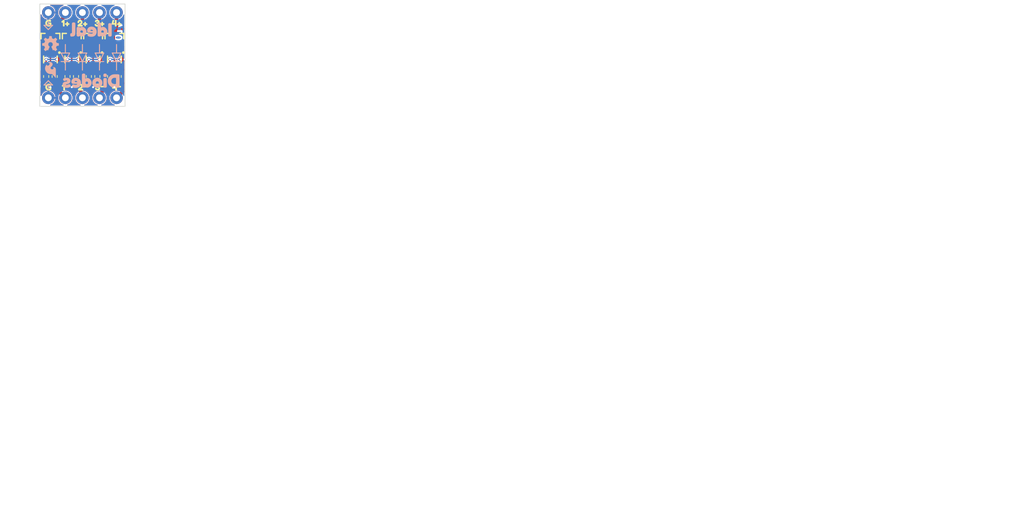
<source format=kicad_pcb>
(kicad_pcb (version 20240108) (generator "pcbnew") (generator_version "8.0")
  (title_block (title "SparkFun Product (Qwiic)") (rev "v10") (company "SparkFun") (comment 1 "Designed by: You"))
  (layers (0 "F.Cu" signal) (1 "In1.Cu" signal) (2 "In2.Cu" signal) (31 "B.Cu" signal) (34 "B.Paste" user) (35 "F.Paste" user) (36 "B.SilkS" user "B.Silkscreen") (37 "F.SilkS" user "F.Silkscreen") (38 "B.Mask" user) (39 "F.Mask" user) (44 "Edge.Cuts" user))
  (net 0 "")
  (net 1 "GND")
  (net 2 "Net-(Q1A-B)")
  (net 3 "Net-(Q1B-C)")
  (net 4 "VOUT1")
  (net 5 "VIN1")
  (net 6 "Net-(Q3A-B)")
  (net 7 "Net-(Q3B-C)")
  (net 8 "VIN2")
  (net 9 "VOUT2")
  (net 10 "VOUT3")
  (net 11 "Net-(Q5A-B)")
  (net 12 "VIN3")
  (net 13 "Net-(Q5B-C)")
  (net 14 "VOUT4")
  (net 15 "Net-(Q7A-B)")
  (net 16 "VIN4")
  (net 17 "Net-(Q7B-C)")
  (footprint "kibuzzard-6765BDB1" (layer "F.Cu") (at 127 112.0775)
    (property "Reference" "kibuzzard-6765BDB1" (hide yes))
    (property "Value" "G***" (hide yes))
  )
  (footprint "SparkFun-Aesthetic:Creative_Commons_License" (layer "F.Cu") (at 215.265 168.91)
    (property "Reference" "G3" (hide yes))
    (property "Value" "OSHW_Logo" (hide yes))
  )
  (footprint "kibuzzard-6765BE51" (layer "F.Cu") (at 119.38 121.6025)
    (property "Reference" "kibuzzard-6765BE51" (hide yes))
    (property "Value" "G***" (hide yes))
  )
  (footprint "kibuzzard-6765BE4D" (layer "F.Cu") (at 121.92 121.6025)
    (property "Reference" "kibuzzard-6765BE4D" (hide yes))
    (property "Value" "G***" (hide yes))
  )
  (footprint "SparkFun-Connector:1x05" (layer "F.Cu") (at 116.84 123.19)
    (property "Reference" "J2")
    (property "Value" "Conn_01x05")
    (pad "1" thru_hole circle (at 0 0 90) (size 1.8796 1.8796) (drill 1.016) (layers "*.Cu" "*.Mask") (net 1 "GND"))
    (pad "2" thru_hole circle (at 2.54 0 90) (size 1.8796 1.8796) (drill 1.016) (layers "*.Cu" "*.Mask") (net 4 "VOUT1"))
    (pad "3" thru_hole circle (at 5.08 0 90) (size 1.8796 1.8796) (drill 1.016) (layers "*.Cu" "*.Mask") (net 9 "VOUT2"))
    (pad "4" thru_hole circle (at 7.62 0 90) (size 1.8796 1.8796) (drill 1.016) (layers "*.Cu" "*.Mask") (net 10 "VOUT3"))
    (pad "5" thru_hole circle (at 10.16 0 90) (size 1.8796 1.8796) (drill 1.016) (layers "*.Cu" "*.Mask") (net 14 "VOUT4"))
  )
  (footprint "SparkFun-Aesthetic:Fiducial_0.5mm_Mask1mm" (layer "F.Cu") (at 127.889 112.903 -90)
    (property "Reference" "FID4")
    (property "Value" "Fiducial_0.5mm")
    (pad "" smd circle (at 0 0 270) (size 0.5 0.5) (layers "F.Cu" "F.Mask") (clearance 0.25))
  )
  (footprint "kibuzzard-6765BE3E" (layer "F.Cu") (at 127 121.6025)
    (property "Reference" "kibuzzard-6765BE3E" (hide yes))
    (property "Value" "G***" (hide yes))
  )
  (footprint "SparkFun-Resistor:R_0402_1005Metric" (layer "F.Cu") (at 127.3175 120.015 90)
    (property "Reference" "R7")
    (property "Value" "100k")
    (pad "1" smd roundrect (at -0.51 0 90) (size 0.54 0.64) (layers "F.Cu" "F.Paste" "F.Mask") (net 1 "GND"))
    (pad "2" smd roundrect (at 0.51 0 90) (size 0.54 0.64) (layers "F.Cu" "F.Paste" "F.Mask") (net 15 "Net-(Q7A-B)"))
  )
  (footprint "SparkFun-Aesthetic:Fiducial_0.5mm_Mask1mm" (layer "F.Cu") (at 115.951 121.158 -90)
    (property "Reference" "FID1")
    (property "Value" "Fiducial_0.5mm")
    (pad "" smd circle (at 0 0 270) (size 0.5 0.5) (layers "F.Cu" "F.Mask") (clearance 0.25))
  )
  (footprint "SparkFun-Resistor:R_0402_1005Metric" (layer "F.Cu") (at 117.7925 120.015 90)
    (property "Reference" "R1")
    (property "Value" "100k")
    (pad "1" smd roundrect (at -0.51 0 90) (size 0.54 0.64) (layers "F.Cu" "F.Paste" "F.Mask") (net 1 "GND"))
    (pad "2" smd roundrect (at 0.51 0 90) (size 0.54 0.64) (layers "F.Cu" "F.Paste" "F.Mask") (net 2 "Net-(Q1A-B)"))
  )
  (footprint "SparkFun-Semiconductor-Standard:SOT-323" (layer "F.Cu") (at 126.6825 117.475 -90)
    (property "Reference" "Q7")
    (property "Value" "BCM857BS-7-F")
    (pad "1" smd rect (at -0.92 -0.65) (size 0.3 0.66) (layers "F.Cu" "F.Paste" "F.Mask") (net 16 "VIN4"))
    (pad "2" smd rect (at -0.92 0) (size 0.3 0.66) (layers "F.Cu" "F.Paste" "F.Mask") (net 15 "Net-(Q7A-B)"))
    (pad "3" smd rect (at -0.92 0.65) (size 0.3 0.66) (layers "F.Cu" "F.Paste" "F.Mask") (net 17 "Net-(Q7B-C)"))
    (pad "4" smd rect (at 0.92 0.65) (size 0.3 0.66) (layers "F.Cu" "F.Paste" "F.Mask") (net 14 "VOUT4"))
    (pad "5" smd rect (at 0.92 0) (size 0.3 0.66) (layers "F.Cu" "F.Paste" "F.Mask") (net 15 "Net-(Q7A-B)"))
    (pad "6" smd rect (at 0.92 -0.65) (size 0.3 0.66) (layers "F.Cu" "F.Paste" "F.Mask") (net 15 "Net-(Q7A-B)"))
  )
  (footprint "kibuzzard-6765BD93" (layer "F.Cu") (at 119.38 112.0775)
    (property "Reference" "kibuzzard-6765BD93" (hide yes))
    (property "Value" "G***" (hide yes))
  )
  (footprint "SparkFun-Semiconductor-Standard:SOT-323" (layer "F.Cu") (at 123.5075 117.475 -90)
    (property "Reference" "Q5")
    (property "Value" "BCM857BS-7-F")
    (pad "1" smd rect (at -0.92 -0.65) (size 0.3 0.66) (layers "F.Cu" "F.Paste" "F.Mask") (net 12 "VIN3"))
    (pad "2" smd rect (at -0.92 0) (size 0.3 0.66) (layers "F.Cu" "F.Paste" "F.Mask") (net 11 "Net-(Q5A-B)"))
    (pad "3" smd rect (at -0.92 0.65) (size 0.3 0.66) (layers "F.Cu" "F.Paste" "F.Mask") (net 13 "Net-(Q5B-C)"))
    (pad "4" smd rect (at 0.92 0.65) (size 0.3 0.66) (layers "F.Cu" "F.Paste" "F.Mask") (net 10 "VOUT3"))
    (pad "5" smd rect (at 0.92 0) (size 0.3 0.66) (layers "F.Cu" "F.Paste" "F.Mask") (net 11 "Net-(Q5A-B)"))
    (pad "6" smd rect (at 0.92 -0.65) (size 0.3 0.66) (layers "F.Cu" "F.Paste" "F.Mask") (net 11 "Net-(Q5A-B)"))
  )
  (footprint "kibuzzard-6765BDA7" (layer "F.Cu") (at 121.92 112.0775)
    (property "Reference" "kibuzzard-6765BDA7" (hide yes))
    (property "Value" "G***" (hide yes))
  )
  (footprint "SparkFun-Resistor:R_0402_1005Metric" (layer "F.Cu") (at 116.5225 120.015 90)
    (property "Reference" "R2")
    (property "Value" "100k")
    (pad "1" smd roundrect (at -0.51 0 90) (size 0.54 0.64) (layers "F.Cu" "F.Paste" "F.Mask") (net 1 "GND"))
    (pad "2" smd roundrect (at 0.51 0 90) (size 0.54 0.64) (layers "F.Cu" "F.Paste" "F.Mask") (net 3 "Net-(Q1B-C)"))
  )
  (footprint "SparkFun-Semiconductor-Standard:SOT-323" (layer "F.Cu") (at 117.1575 117.475 -90)
    (property "Reference" "Q1")
    (property "Value" "BCM857BS-7-F")
    (pad "1" smd rect (at -0.92 -0.65) (size 0.3 0.66) (layers "F.Cu" "F.Paste" "F.Mask") (net 5 "VIN1"))
    (pad "2" smd rect (at -0.92 0) (size 0.3 0.66) (layers "F.Cu" "F.Paste" "F.Mask") (net 2 "Net-(Q1A-B)"))
    (pad "3" smd rect (at -0.92 0.65) (size 0.3 0.66) (layers "F.Cu" "F.Paste" "F.Mask") (net 3 "Net-(Q1B-C)"))
    (pad "4" smd rect (at 0.92 0.65) (size 0.3 0.66) (layers "F.Cu" "F.Paste" "F.Mask") (net 4 "VOUT1"))
    (pad "5" smd rect (at 0.92 0) (size 0.3 0.66) (layers "F.Cu" "F.Paste" "F.Mask") (net 2 "Net-(Q1A-B)"))
    (pad "6" smd rect (at 0.92 -0.65) (size 0.3 0.66) (layers "F.Cu" "F.Paste" "F.Mask") (net 2 "Net-(Q1A-B)"))
  )
  (footprint "kibuzzard-6765BD62" (layer "F.Cu") (at 116.84 112.0775)
    (property "Reference" "kibuzzard-6765BD62" (hide yes))
    (property "Value" "G***" (hide yes))
  )
  (footprint "SparkFun-Semiconductor-Standard:SOT23-3" (layer "F.Cu") (at 120.3325 114.3 90)
    (property "Reference" "Q4")
    (property "Value" "DMG2305UX")
    (pad "1" smd rect (at -1 -0.95) (size 0.8 0.9) (layers "F.Cu" "F.Paste" "F.Mask") (net 7 "Net-(Q3B-C)"))
    (pad "2" smd rect (at -1 0.95) (size 0.8 0.9) (layers "F.Cu" "F.Paste" "F.Mask") (net 9 "VOUT2"))
    (pad "3" smd rect (at 1.1 0) (size 0.8 0.9) (layers "F.Cu" "F.Paste" "F.Mask") (net 8 "VIN2"))
  )
  (footprint "kibuzzard-6765BDAB" (layer "F.Cu") (at 124.46 112.0775)
    (property "Reference" "kibuzzard-6765BDAB" (hide yes))
    (property "Value" "G***" (hide yes))
  )
  (footprint "SparkFun-Resistor:R_0402_1005Metric" (layer "F.Cu") (at 126.0475 120.015 90)
    (property "Reference" "R8")
    (property "Value" "100k")
    (pad "1" smd roundrect (at -0.51 0 90) (size 0.54 0.64) (layers "F.Cu" "F.Paste" "F.Mask") (net 1 "GND"))
    (pad "2" smd roundrect (at 0.51 0 90) (size 0.54 0.64) (layers "F.Cu" "F.Paste" "F.Mask") (net 17 "Net-(Q7B-C)"))
  )
  (footprint "SparkFun-Resistor:R_0402_1005Metric" (layer "F.Cu") (at 122.8725 120.015 90)
    (property "Reference" "R6")
    (property "Value" "100k")
    (pad "1" smd roundrect (at -0.51 0 90) (size 0.54 0.64) (layers "F.Cu" "F.Paste" "F.Mask") (net 1 "GND"))
    (pad "2" smd roundrect (at 0.51 0 90) (size 0.54 0.64) (layers "F.Cu" "F.Paste" "F.Mask") (net 13 "Net-(Q5B-C)"))
  )
  (footprint "kibuzzard-6765BE43" (layer "F.Cu") (at 124.46 121.6025)
    (property "Reference" "kibuzzard-6765BE43" (hide yes))
    (property "Value" "G***" (hide yes))
  )
  (footprint "SparkFun-Semiconductor-Standard:SOT23-3" (layer "F.Cu") (at 126.6825 114.3 90)
    (property "Reference" "Q8")
    (property "Value" "DMG2305UX")
    (pad "1" smd rect (at -1 -0.95) (size 0.8 0.9) (layers "F.Cu" "F.Paste" "F.Mask") (net 17 "Net-(Q7B-C)"))
    (pad "2" smd rect (at -1 0.95) (size 0.8 0.9) (layers "F.Cu" "F.Paste" "F.Mask") (net 14 "VOUT4"))
    (pad "3" smd rect (at 1.1 0) (size 0.8 0.9) (layers "F.Cu" "F.Paste" "F.Mask") (net 16 "VIN4"))
  )
  (footprint "SparkFun-Connector:1x05" (layer "F.Cu") (at 116.84 110.49)
    (property "Reference" "J1")
    (property "Value" "Conn_01x05")
    (pad "1" thru_hole circle (at 0 0 90) (size 1.8796 1.8796) (drill 1.016) (layers "*.Cu" "*.Mask") (net 1 "GND"))
    (pad "2" thru_hole circle (at 2.54 0 90) (size 1.8796 1.8796) (drill 1.016) (layers "*.Cu" "*.Mask") (net 5 "VIN1"))
    (pad "3" thru_hole circle (at 5.08 0 90) (size 1.8796 1.8796) (drill 1.016) (layers "*.Cu" "*.Mask") (net 8 "VIN2"))
    (pad "4" thru_hole circle (at 7.62 0 90) (size 1.8796 1.8796) (drill 1.016) (layers "*.Cu" "*.Mask") (net 12 "VIN3"))
    (pad "5" thru_hole circle (at 10.16 0 90) (size 1.8796 1.8796) (drill 1.016) (layers "*.Cu" "*.Mask") (net 16 "VIN4"))
  )
  (footprint "SparkFun-Semiconductor-Standard:SOT23-3" (layer "F.Cu") (at 123.5075 114.3 90)
    (property "Reference" "Q6")
    (property "Value" "DMG2305UX")
    (pad "1" smd rect (at -1 -0.95) (size 0.8 0.9) (layers "F.Cu" "F.Paste" "F.Mask") (net 13 "Net-(Q5B-C)"))
    (pad "2" smd rect (at -1 0.95) (size 0.8 0.9) (layers "F.Cu" "F.Paste" "F.Mask") (net 10 "VOUT3"))
    (pad "3" smd rect (at 1.1 0) (size 0.8 0.9) (layers "F.Cu" "F.Paste" "F.Mask") (net 12 "VIN3"))
  )
  (footprint "SparkFun-Semiconductor-Standard:SOT23-3" (layer "F.Cu") (at 117.1575 114.3 90)
    (property "Reference" "Q2")
    (property "Value" "DMG2305UX")
    (pad "1" smd rect (at -1 -0.95) (size 0.8 0.9) (layers "F.Cu" "F.Paste" "F.Mask") (net 3 "Net-(Q1B-C)"))
    (pad "2" smd rect (at -1 0.95) (size 0.8 0.9) (layers "F.Cu" "F.Paste" "F.Mask") (net 4 "VOUT1"))
    (pad "3" smd rect (at 1.1 0) (size 0.8 0.9) (layers "F.Cu" "F.Paste" "F.Mask") (net 5 "VIN1"))
  )
  (footprint "SparkFun-Semiconductor-Standard:SOT-323" (layer "F.Cu") (at 120.3325 117.475 -90)
    (property "Reference" "Q3")
    (property "Value" "BCM857BS-7-F")
    (pad "1" smd rect (at -0.92 -0.65) (size 0.3 0.66) (layers "F.Cu" "F.Paste" "F.Mask") (net 8 "VIN2"))
    (pad "2" smd rect (at -0.92 0) (size 0.3 0.66) (layers "F.Cu" "F.Paste" "F.Mask") (net 6 "Net-(Q3A-B)"))
    (pad "3" smd rect (at -0.92 0.65) (size 0.3 0.66) (layers "F.Cu" "F.Paste" "F.Mask") (net 7 "Net-(Q3B-C)"))
    (pad "4" smd rect (at 0.92 0.65) (size 0.3 0.66) (layers "F.Cu" "F.Paste" "F.Mask") (net 9 "VOUT2"))
    (pad "5" smd rect (at 0.92 0) (size 0.3 0.66) (layers "F.Cu" "F.Paste" "F.Mask") (net 6 "Net-(Q3A-B)"))
    (pad "6" smd rect (at 0.92 -0.65) (size 0.3 0.66) (layers "F.Cu" "F.Paste" "F.Mask") (net 6 "Net-(Q3A-B)"))
  )
  (footprint "SparkFun-Resistor:R_0402_1005Metric" (layer "F.Cu") (at 119.6975 120.015 90)
    (property "Reference" "R4")
    (property "Value" "100k")
    (pad "1" smd roundrect (at -0.51 0 90) (size 0.54 0.64) (layers "F.Cu" "F.Paste" "F.Mask") (net 1 "GND"))
    (pad "2" smd roundrect (at 0.51 0 90) (size 0.54 0.64) (layers "F.Cu" "F.Paste" "F.Mask") (net 7 "Net-(Q3B-C)"))
  )
  (footprint "kibuzzard-6765BD62" (layer "F.Cu") (at 116.84 121.6025)
    (property "Reference" "kibuzzard-6765BD62" (hide yes))
    (property "Value" "G***" (hide yes))
  )
  (footprint "SparkFun-Resistor:R_0402_1005Metric" (layer "F.Cu") (at 120.9675 120.015 90)
    (property "Reference" "R3")
    (property "Value" "100k")
    (pad "1" smd roundrect (at -0.51 0 90) (size 0.54 0.64) (layers "F.Cu" "F.Paste" "F.Mask") (net 1 "GND"))
    (pad "2" smd roundrect (at 0.51 0 90) (size 0.54 0.64) (layers "F.Cu" "F.Paste" "F.Mask") (net 6 "Net-(Q3A-B)"))
  )
  (footprint "SparkFun-Resistor:R_0402_1005Metric" (layer "F.Cu") (at 124.1425 120.015 90)
    (property "Reference" "R5")
    (property "Value" "100k")
    (pad "1" smd roundrect (at -0.51 0 90) (size 0.54 0.64) (layers "F.Cu" "F.Paste" "F.Mask") (net 1 "GND"))
    (pad "2" smd roundrect (at 0.51 0 90) (size 0.54 0.64) (layers "F.Cu" "F.Paste" "F.Mask") (net 11 "Net-(Q5A-B)"))
  )
  (footprint "SparkFun-Aesthetic:SparkFun_Flame_2.5mm" (layer "B.Cu") (at 117.1575 119.0625 180)
    (property "Reference" "G***" (hide yes))
    (property "Value" "Flame" (hide yes))
  )
  (footprint "SparkFun-Aesthetic:OSHW_Logo_2.5mm" (layer "B.Cu") (at 117.1575 115.2525 180)
    (property "Reference" "Ref**" (hide yes))
    (property "Value" "Val**" (hide yes))
  )
  (footprint "kibuzzard-6765BB94" (layer "B.Cu") (at 123.19 113.03 180)
    (property "Reference" "kibuzzard-6765BB94" (hide yes))
    (property "Value" "G***" (hide yes))
  )
  (footprint "kibuzzard-6765BBA3" (layer "B.Cu") (at 123.19 120.65 180)
    (property "Reference" "kibuzzard-6765BBA3" (hide yes))
    (property "Value" "G***" (hide yes))
  )
  (gr_line (start 121.92 117.7925) (end 122.555 116.5225) (stroke (width 0.15)) (layer "B.SilkS"))
  (gr_line (start 118.745 116.5225) (end 119.38 117.7925) (stroke (width 0.15)) (layer "B.SilkS"))
  (gr_line (start 127.635 116.5225) (end 126.365 116.5225) (stroke (width 0.15)) (layer "B.SilkS"))
  (gr_line (start 119.38 117.7925) (end 120.015 116.5225) (stroke (width 0.15)) (layer "B.SilkS"))
  (gr_line (start 124.46 116.5225) (end 124.46 115.2525) (stroke (width 0.15)) (layer "B.SilkS"))
  (gr_line (start 116.205 112.395) (end 116.84 113.03) (stroke (width 0.15)) (layer "B.SilkS"))
  (gr_line (start 126.365 116.5225) (end 127 117.7925) (stroke (width 0.15)) (layer "B.SilkS"))
  (gr_line (start 120.015 116.5225) (end 118.745 116.5225) (stroke (width 0.15)) (layer "B.SilkS"))
  (gr_line (start 121.285 116.5225) (end 121.92 117.7925) (stroke (width 0.15)) (layer "B.SilkS"))
  (gr_line (start 116.84 113.03) (end 117.475 112.395) (stroke (width 0.15)) (layer "B.SilkS"))
  (gr_line (start 116.84 112.395) (end 116.84 111.76) (stroke (width 0.15)) (layer "B.SilkS"))
  (gr_line (start 124.46 117.7925) (end 124.46 119.0625) (stroke (width 0.15)) (layer "B.SilkS"))
  (gr_line (start 120.015 117.7925) (end 118.745 117.7925) (stroke (width 0.15)) (layer "B.SilkS"))
  (gr_line (start 117.475 121.285) (end 116.84 120.65) (stroke (width 0.15)) (layer "B.SilkS"))
  (gr_line (start 127.635 117.7925) (end 126.365 117.7925) (stroke (width 0.15)) (layer "B.SilkS"))
  (gr_line (start 122.555 116.5225) (end 121.285 116.5225) (stroke (width 0.15)) (layer "B.SilkS"))
  (gr_line (start 124.46 117.7925) (end 125.095 116.5225) (stroke (width 0.15)) (layer "B.SilkS"))
  (gr_line (start 125.095 117.7925) (end 123.825 117.7925) (stroke (width 0.15)) (layer "B.SilkS"))
  (gr_line (start 116.84 120.65) (end 116.205 121.285) (stroke (width 0.15)) (layer "B.SilkS"))
  (gr_line (start 119.38 117.7925) (end 119.38 119.0625) (stroke (width 0.15)) (layer "B.SilkS"))
  (gr_line (start 127 117.7925) (end 127 119.0625) (stroke (width 0.15)) (layer "B.SilkS"))
  (gr_line (start 127 117.7925) (end 127.635 116.5225) (stroke (width 0.15)) (layer "B.SilkS"))
  (gr_line (start 117.475 112.395) (end 116.205 112.395) (stroke (width 0.15)) (layer "B.SilkS"))
  (gr_line (start 121.92 117.7925) (end 121.92 119.0625) (stroke (width 0.15)) (layer "B.SilkS"))
  (gr_line (start 125.095 116.5225) (end 123.825 116.5225) (stroke (width 0.15)) (layer "B.SilkS"))
  (gr_line (start 127 116.5225) (end 127 115.2525) (stroke (width 0.15)) (layer "B.SilkS"))
  (gr_line (start 123.825 116.5225) (end 124.46 117.7925) (stroke (width 0.15)) (layer "B.SilkS"))
  (gr_line (start 121.92 116.5225) (end 121.92 115.2525) (stroke (width 0.15)) (layer "B.SilkS"))
  (gr_line (start 116.205 121.285) (end 117.475 121.285) (stroke (width 0.15)) (layer "B.SilkS"))
  (gr_line (start 119.38 116.5225) (end 119.38 115.2525) (stroke (width 0.15)) (layer "B.SilkS"))
  (gr_line (start 122.555 117.7925) (end 121.285 117.7925) (stroke (width 0.15)) (layer "B.SilkS"))
  (gr_line (start 116.84 121.285) (end 116.84 121.92) (stroke (width 0.15)) (layer "B.SilkS"))
  (gr_rect (start 115.57 109.22) (end 128.27 124.46) (stroke (width 0.1)) (fill none) (layer "Edge.Cuts"))
  (gr_text "v10" (at 127.3175 113.3475 90) (layer "B.Cu" knockout) (effects (font (size 1.016 1.016) (thickness 0.254) (bold yes)) (justify mirror)))
  (via (at 123.5075 121.6025) (size 0.45) (drill 0.3) (layers "F.Cu" "B.Cu") (net 1))
  (via (at 117.1575 121.6025) (size 0.45) (drill 0.3) (layers "F.Cu" "B.Cu") (net 1))
  (via (at 126.6825 121.6025) (size 0.45) (drill 0.3) (layers "F.Cu" "B.Cu") (net 1))
  (via (at 120.3325 121.6025) (size 0.45) (drill 0.3) (layers "F.Cu" "B.Cu") (net 1))
  (segment (start 117.8075 119.49) (end 117.7925 119.505) (width 0.2032) (layer "F.Cu") (net 2))
  (segment (start 117.1575 118.87) (end 117.7925 119.505) (width 0.2032) (layer "F.Cu") (net 2))
  (segment (start 117.1575 116.555) (end 117.1575 118.395) (width 0.2032) (layer "F.Cu") (net 2))
  (segment (start 117.1575 118.395) (end 117.1575 118.87) (width 0.2032) (layer "F.Cu") (net 2))
  (segment (start 117.8075 118.395) (end 117.8075 119.49) (width 0.2032) (layer "F.Cu") (net 2))
  (segment (start 116.5075 116.659065) (end 115.8875 117.279065) (width 0.2032) (layer "F.Cu") (net 3))
  (segment (start 116.5075 116.555) (end 116.5075 116.659065) (width 0.2032) (layer "F.Cu") (net 3))
  (segment (start 116.5075 115.6) (end 116.2075 115.3) (width 0.2032) (layer "F.Cu") (net 3))
  (segment (start 115.8875 118.87) (end 116.5225 119.505) (width 0.2032) (layer "F.Cu") (net 3))
  (segment (start 116.5075 116.555) (end 116.5075 115.6) (width 0.2032) (layer "F.Cu") (net 3))
  (segment (start 115.8875 117.279065) (end 115.8875 118.87) (width 0.2032) (layer "F.Cu") (net 3))
  (segment (start 118.1075 115.3) (end 118.491 115.6835) (width 0.508) (layer "F.Cu") (net 4))
  (segment (start 118.491 115.6835) (end 118.491 117.094) (width 0.508) (layer "F.Cu") (net 4))
  (segment (start 116.5075 118.395) (end 116.5075 117.49) (width 0.2032) (layer "F.Cu") (net 4))
  (segment (start 118.4935 117.8585) (end 118.11 117.475) (width 0.508) (layer "F.Cu") (net 4))
  (segment (start 116.5075 117.49) (end 116.5225 117.475) (width 0.2032) (layer "F.Cu") (net 4))
  (segment (start 118.491 117.094) (end 118.11 117.475) (width 0.508) (layer "F.Cu") (net 4))
  (segment (start 118.4935 122.3035) (end 118.4935 117.8585) (width 0.508) (layer "F.Cu") (net 4))
  (segment (start 119.38 123.19) (end 118.4935 122.3035) (width 0.508) (layer "F.Cu") (net 4))
  (via (at 116.5225 117.475) (size 0.45) (drill 0.3) (layers "F.Cu" "B.Cu") (net 4))
  (via (at 118.11 117.475) (size 0.45) (drill 0.3) (layers "F.Cu" "B.Cu") (net 4))
  (segment (start 116.5225 117.475) (end 118.11 117.475) (width 0.2032) (layer "B.Cu") (net 4))
  (segment (start 117.1575 115.6) (end 117.1575 113.2) (width 0.2032) (layer "F.Cu") (net 5))
  (segment (start 117.8075 116.555) (end 117.8075 116.25) (width 0.2032) (layer "F.Cu") (net 5))
  (segment (start 117.8075 116.25) (end 117.1575 115.6) (width 0.2032) (layer "F.Cu") (net 5))
  (segment (start 119.38 110.49) (end 119.38 110.9775) (width 0.508) (layer "F.Cu") (net 5))
  (segment (start 119.38 110.9775) (end 117.1575 113.2) (width 0.508) (layer "F.Cu") (net 5))
  (segment (start 120.3325 118.87) (end 120.9675 119.505) (width 0.2032) (layer "F.Cu") (net 6))
  (segment (start 120.9825 119.49) (end 120.9675 119.505) (width 0.2032) (layer "F.Cu") (net 6))
  (segment (start 120.9825 118.395) (end 120.9825 119.49) (width 0.2032) (layer "F.Cu") (net 6))
  (segment (start 120.3325 118.395) (end 120.3325 118.87) (width 0.2032) (layer "F.Cu") (net 6))
  (segment (start 120.3325 116.555) (end 120.3325 118.395) (width 0.2032) (layer "F.Cu") (net 6))
  (segment (start 119.0625 117.279065) (end 119.0625 118.87) (width 0.2032) (layer "F.Cu") (net 7))
  (segment (start 119.6825 116.555) (end 119.6825 116.659065) (width 0.2032) (layer "F.Cu") (net 7))
  (segment (start 119.0625 118.87) (end 119.6975 119.505) (width 0.2032) (layer "F.Cu") (net 7))
  (segment (start 119.6825 116.555) (end 119.6825 115.6) (width 0.2032) (layer "F.Cu") (net 7))
  (segment (start 119.6825 115.6) (end 119.3825 115.3) (width 0.2032) (layer "F.Cu") (net 7))
  (segment (start 119.6825 116.659065) (end 119.0625 117.279065) (width 0.2032) (layer "F.Cu") (net 7))
  (segment (start 121.92 110.49) (end 121.92 111.6125) (width 0.508) (layer "F.Cu") (net 8))
  (segment (start 120.3325 115.6572) (end 120.3325 113.2) (width 0.2032) (layer "F.Cu") (net 8))
  (segment (start 121.92 111.6125) (end 120.3325 113.2) (width 0.508) (layer "F.Cu") (net 8))
  (segment (start 120.9825 116.3072) (end 120.3325 115.6572) (width 0.2032) (layer "F.Cu") (net 8))
  (segment (start 120.9825 116.555) (end 120.9825 116.3072) (width 0.2032) (layer "F.Cu") (net 8))
  (segment (start 121.6685 117.8585) (end 121.285 117.475) (width 0.508) (layer "F.Cu") (net 9))
  (segment (start 121.2825 115.3) (end 121.666 115.6835) (width 0.508) (layer "F.Cu") (net 9))
  (segment (start 119.6825 117.49) (end 119.6975 117.475) (width 0.2032) (layer "F.Cu") (net 9))
  (segment (start 121.92 123.19) (end 121.6685 122.9385) (width 0.508) (layer "F.Cu") (net 9))
  (segment (start 121.666 115.6835) (end 121.666 117.094) (width 0.508) (layer "F.Cu") (net 9))
  (segment (start 121.6685 122.9385) (end 121.6685 117.8585) (width 0.508) (layer "F.Cu") (net 9))
  (segment (start 119.6825 118.395) (end 119.6825 117.49) (width 0.2032) (layer "F.Cu") (net 9))
  (segment (start 121.666 117.094) (end 121.285 117.475) (width 0.508) (layer "F.Cu") (net 9))
  (via (at 119.6975 117.475) (size 0.45) (drill 0.3) (layers "F.Cu" "B.Cu") (net 9))
  (via (at 121.285 117.475) (size 0.45) (drill 0.3) (layers "F.Cu" "B.Cu") (net 9))
  (segment (start 119.6975 117.475) (end 121.285 117.475) (width 0.2032) (layer "B.Cu") (net 9))
  (segment (start 124.8435 122.8065) (end 124.8435 117.8585) (width 0.508) (layer "F.Cu") (net 10))
  (segment (start 124.841 117.094) (end 124.46 117.475) (width 0.508) (layer "F.Cu") (net 10))
  (segment (start 122.8575 117.49) (end 122.8725 117.475) (width 0.2032) (layer "F.Cu") (net 10))
  (segment (start 124.841 115.6835) (end 124.841 117.094) (width 0.508) (layer "F.Cu") (net 10))
  (segment (start 122.8575 118.395) (end 122.8575 117.49) (width 0.2032) (layer "F.Cu") (net 10))
  (segment (start 124.46 123.19) (end 124.8435 122.8065) (width 0.508) (layer "F.Cu") (net 10))
  (segment (start 124.4575 115.3) (end 124.841 115.6835) (width 0.508) (layer "F.Cu") (net 10))
  (segment (start 124.8435 117.8585) (end 124.46 117.475) (width 0.508) (layer "F.Cu") (net 10))
  (via (at 122.8725 117.475) (size 0.45) (drill 0.3) (layers "F.Cu" "B.Cu") (net 10))
  (via (at 124.46 117.475) (size 0.45) (drill 0.3) (layers "F.Cu" "B.Cu") (net 10))
  (segment (start 122.8725 117.475) (end 124.46 117.475) (width 0.2032) (layer "B.Cu") (net 10))
  (segment (start 123.5075 116.555) (end 123.5075 118.395) (width 0.2032) (layer "F.Cu") (net 11))
  (segment (start 123.5075 118.87) (end 124.1425 119.505) (width 0.2032) (layer "F.Cu") (net 11))
  (segment (start 124.1575 118.395) (end 124.1575 119.49) (width 0.2032) (layer "F.Cu") (net 11))
  (segment (start 123.5075 118.395) (end 123.5075 118.87) (width 0.2032) (layer "F.Cu") (net 11))
  (segment (start 124.1575 119.49) (end 124.1425 119.505) (width 0.2032) (layer "F.Cu") (net 11))
  (segment (start 124.46 110.49) (end 124.46 112.2475) (width 0.508) (layer "F.Cu") (net 12))
  (segment (start 123.5075 115.6572) (end 123.5075 113.2) (width 0.2032) (layer "F.Cu") (net 12))
  (segment (start 124.46 112.2475) (end 123.5075 113.2) (width 0.508) (layer "F.Cu") (net 12))
  (segment (start 124.1575 116.555) (end 124.1575 116.3072) (width 0.2032) (layer "F.Cu") (net 12))
  (segment (start 124.1575 116.3072) (end 123.5075 115.6572) (width 0.2032) (layer "F.Cu") (net 12))
  (segment (start 122.2375 118.87) (end 122.8725 119.505) (width 0.2032) (layer "F.Cu") (net 13))
  (segment (start 122.8575 116.659065) (end 122.2375 117.279065) (width 0.2032) (layer "F.Cu") (net 13))
  (segment (start 122.8575 116.555) (end 122.8575 116.659065) (width 0.2032) (layer "F.Cu") (net 13))
  (segment (start 122.8575 115.6) (end 122.5575 115.3) (width 0.2032) (layer "F.Cu") (net 13))
  (segment (start 122.2375 117.279065) (end 122.2375 118.87) (width 0.2032) (layer "F.Cu") (net 13))
  (segment (start 122.8575 116.555) (end 122.8575 115.6) (width 0.2032) (layer "F.Cu") (net 13))
  (segment (start 127.889 122.301) (end 127.889 121.006976) (width 0.508) (layer "F.Cu") (net 14))
  (segment (start 127.8635 117.2465) (end 127.635 117.475) (width 0.508) (layer "F.Cu") (net 14))
  (segment (start 126.0325 118.395) (end 126.0325 117.49) (width 0.2032) (layer "F.Cu") (net 14))
  (segment (start 127 123.19) (end 127.889 122.301) (width 0.508) (layer "F.Cu") (net 14))
  (segment (start 127.6325 115.3) (end 127.8635 115.531) (width 0.508) (layer "F.Cu") (net 14))
  (segment (start 127.635 117.475) (end 127.889 117.729) (width 0.508) (layer "F.Cu") (net 14))
  (segment (start 127.8635 115.531) (end 127.8635 117.2465) (width 0.508) (layer "F.Cu") (net 14))
  (segment (start 127.889 117.729) (end 127.889 119.0244) (width 0.508) (layer "F.Cu") (net 14))
  (segment (start 126.0325 117.49) (end 126.0475 117.475) (width 0.2032) (layer "F.Cu") (net 14))
  (via (at 126.0475 117.475) (size 0.45) (drill 0.3) (layers "F.Cu" "B.Cu") (net 14))
  (via (at 127.635 117.475) (size 0.45) (drill 0.3) (layers "F.Cu" "B.Cu") (net 14))
  (segment (start 126.0475 117.475) (end 127.635 117.475) (width 0.2032) (layer "B.Cu") (net 14))
  (segment (start 127.3325 119.49) (end 127.3175 119.505) (width 0.2032) (layer "F.Cu") (net 15))
  (segment (start 126.6825 118.395) (end 126.6825 118.87) (width 0.2032) (layer "F.Cu") (net 15))
  (segment (start 127.3325 118.395) (end 127.3325 119.49) (width 0.2032) (layer "F.Cu") (net 15))
  (segment (start 126.6825 116.555) (end 126.6825 118.395) (width 0.2032) (layer "F.Cu") (net 15))
  (segment (start 126.6825 118.87) (end 127.3175 119.505) (width 0.2032) (layer "F.Cu") (net 15))
  (segment (start 126.6825 115.6572) (end 126.6825 113.2) (width 0.2032) (layer "F.Cu") (net 16))
  (segment (start 127.3325 116.555) (end 127.3325 116.3072) (width 0.2032) (layer "F.Cu") (net 16))
  (segment (start 127 112.8825) (end 126.6825 113.2) (width 0.508) (layer "F.Cu") (net 16))
  (segment (start 127.3325 116.3072) (end 126.6825 115.6572) (width 0.2032) (layer "F.Cu") (net 16))
  (segment (start 127 110.49) (end 127 112.8825) (width 0.508) (layer "F.Cu") (net 16))
  (segment (start 126.0325 116.555) (end 126.0325 115.6) (width 0.2032) (layer "F.Cu") (net 17))
  (segment (start 126.0325 116.6645) (end 125.4125 117.2845) (width 0.2032) (layer "F.Cu") (net 17))
  (segment (start 125.4125 117.2845) (end 125.4125 118.87) (width 0.2032) (layer "F.Cu") (net 17))
  (segment (start 125.4125 118.87) (end 126.0475 119.505) (width 0.2032) (layer "F.Cu") (net 17))
  (segment (start 126.0325 115.6) (end 125.7325 115.3) (width 0.2032) (layer "F.Cu") (net 17))
  (segment (start 126.0325 116.555) (end 126.0325 116.6645) (width 0.2032) (layer "F.Cu") (net 17))
  (zone (net 14) (net_name "VOUT4") (layer "F.Cu") (priority 1) (connect_pads (clearance 0.127)) (min_thickness 0.127) (fill yes (thermal_gap 0.127) (thermal_bridge_width 0.254))
    (polygon (pts (xy 128.143 118.872) (xy 128.143 121.158) (xy 127.635 121.158) (xy 127.635 118.872)))
  )
  (zone (net 1) (net_name "GND") (layers "F.Cu" "In1.Cu" "B.Cu") (connect_pads (clearance 0.127)) (min_thickness 0.127) (fill yes (thermal_gap 0.127) (thermal_bridge_width 0.254))
    (polygon (pts (xy 115.57 109.22) (xy 128.27 109.22) (xy 128.27 124.46) (xy 115.57 124.46)))
  )
)
</source>
